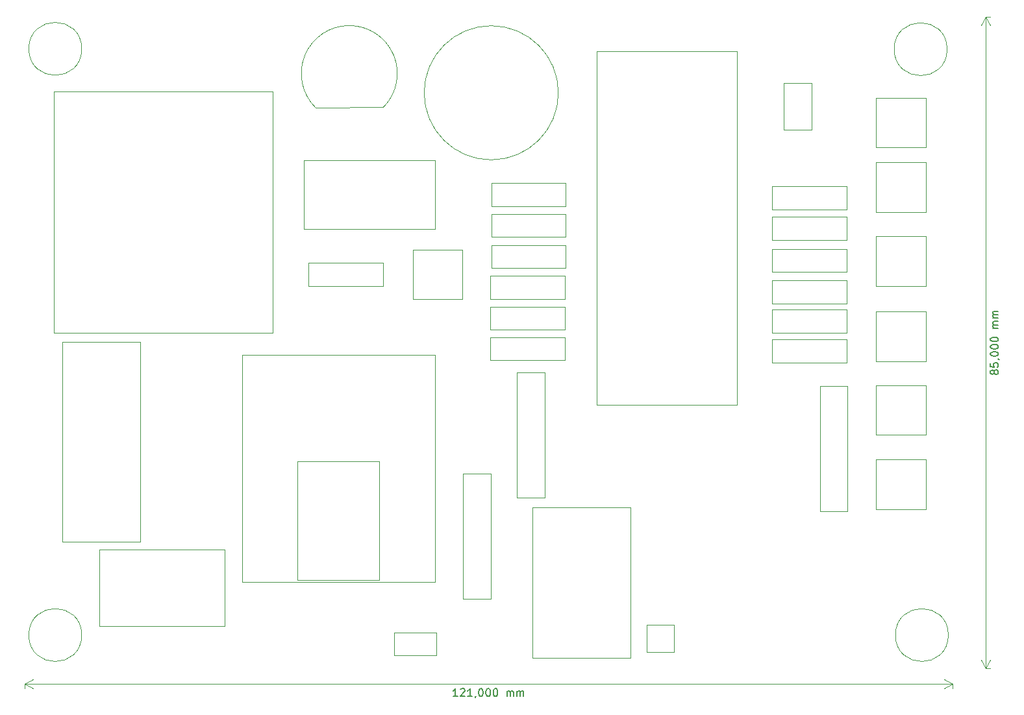
<source format=gbr>
%TF.GenerationSoftware,KiCad,Pcbnew,(5.1.8)-1*%
%TF.CreationDate,2021-12-10T09:08:06+01:00*%
%TF.ProjectId,Schema_Commande_Chacon_54650TX_V2,53636865-6d61-45f4-936f-6d6d616e6465,rev?*%
%TF.SameCoordinates,Original*%
%TF.FileFunction,Other,User*%
%FSLAX46Y46*%
G04 Gerber Fmt 4.6, Leading zero omitted, Abs format (unit mm)*
G04 Created by KiCad (PCBNEW (5.1.8)-1) date 2021-12-10 09:08:06*
%MOMM*%
%LPD*%
G01*
G04 APERTURE LIST*
%ADD10C,0.150000*%
%ADD11C,0.050000*%
%ADD12C,0.120000*%
G04 APERTURE END LIST*
D10*
X166680952Y-86752380D02*
X166633333Y-86847619D01*
X166585714Y-86895238D01*
X166490476Y-86942857D01*
X166442857Y-86942857D01*
X166347619Y-86895238D01*
X166300000Y-86847619D01*
X166252380Y-86752380D01*
X166252380Y-86561904D01*
X166300000Y-86466666D01*
X166347619Y-86419047D01*
X166442857Y-86371428D01*
X166490476Y-86371428D01*
X166585714Y-86419047D01*
X166633333Y-86466666D01*
X166680952Y-86561904D01*
X166680952Y-86752380D01*
X166728571Y-86847619D01*
X166776190Y-86895238D01*
X166871428Y-86942857D01*
X167061904Y-86942857D01*
X167157142Y-86895238D01*
X167204761Y-86847619D01*
X167252380Y-86752380D01*
X167252380Y-86561904D01*
X167204761Y-86466666D01*
X167157142Y-86419047D01*
X167061904Y-86371428D01*
X166871428Y-86371428D01*
X166776190Y-86419047D01*
X166728571Y-86466666D01*
X166680952Y-86561904D01*
X166252380Y-85466666D02*
X166252380Y-85942857D01*
X166728571Y-85990476D01*
X166680952Y-85942857D01*
X166633333Y-85847619D01*
X166633333Y-85609523D01*
X166680952Y-85514285D01*
X166728571Y-85466666D01*
X166823809Y-85419047D01*
X167061904Y-85419047D01*
X167157142Y-85466666D01*
X167204761Y-85514285D01*
X167252380Y-85609523D01*
X167252380Y-85847619D01*
X167204761Y-85942857D01*
X167157142Y-85990476D01*
X167204761Y-84942857D02*
X167252380Y-84942857D01*
X167347619Y-84990476D01*
X167395238Y-85038095D01*
X166252380Y-84323809D02*
X166252380Y-84228571D01*
X166300000Y-84133333D01*
X166347619Y-84085714D01*
X166442857Y-84038095D01*
X166633333Y-83990476D01*
X166871428Y-83990476D01*
X167061904Y-84038095D01*
X167157142Y-84085714D01*
X167204761Y-84133333D01*
X167252380Y-84228571D01*
X167252380Y-84323809D01*
X167204761Y-84419047D01*
X167157142Y-84466666D01*
X167061904Y-84514285D01*
X166871428Y-84561904D01*
X166633333Y-84561904D01*
X166442857Y-84514285D01*
X166347619Y-84466666D01*
X166300000Y-84419047D01*
X166252380Y-84323809D01*
X166252380Y-83371428D02*
X166252380Y-83276190D01*
X166300000Y-83180952D01*
X166347619Y-83133333D01*
X166442857Y-83085714D01*
X166633333Y-83038095D01*
X166871428Y-83038095D01*
X167061904Y-83085714D01*
X167157142Y-83133333D01*
X167204761Y-83180952D01*
X167252380Y-83276190D01*
X167252380Y-83371428D01*
X167204761Y-83466666D01*
X167157142Y-83514285D01*
X167061904Y-83561904D01*
X166871428Y-83609523D01*
X166633333Y-83609523D01*
X166442857Y-83561904D01*
X166347619Y-83514285D01*
X166300000Y-83466666D01*
X166252380Y-83371428D01*
X166252380Y-82419047D02*
X166252380Y-82323809D01*
X166300000Y-82228571D01*
X166347619Y-82180952D01*
X166442857Y-82133333D01*
X166633333Y-82085714D01*
X166871428Y-82085714D01*
X167061904Y-82133333D01*
X167157142Y-82180952D01*
X167204761Y-82228571D01*
X167252380Y-82323809D01*
X167252380Y-82419047D01*
X167204761Y-82514285D01*
X167157142Y-82561904D01*
X167061904Y-82609523D01*
X166871428Y-82657142D01*
X166633333Y-82657142D01*
X166442857Y-82609523D01*
X166347619Y-82561904D01*
X166300000Y-82514285D01*
X166252380Y-82419047D01*
X167252380Y-80895238D02*
X166585714Y-80895238D01*
X166680952Y-80895238D02*
X166633333Y-80847619D01*
X166585714Y-80752380D01*
X166585714Y-80609523D01*
X166633333Y-80514285D01*
X166728571Y-80466666D01*
X167252380Y-80466666D01*
X166728571Y-80466666D02*
X166633333Y-80419047D01*
X166585714Y-80323809D01*
X166585714Y-80180952D01*
X166633333Y-80085714D01*
X166728571Y-80038095D01*
X167252380Y-80038095D01*
X167252380Y-79561904D02*
X166585714Y-79561904D01*
X166680952Y-79561904D02*
X166633333Y-79514285D01*
X166585714Y-79419047D01*
X166585714Y-79276190D01*
X166633333Y-79180952D01*
X166728571Y-79133333D01*
X167252380Y-79133333D01*
X166728571Y-79133333D02*
X166633333Y-79085714D01*
X166585714Y-78990476D01*
X166585714Y-78847619D01*
X166633333Y-78752380D01*
X166728571Y-78704761D01*
X167252380Y-78704761D01*
D11*
X165600000Y-125300000D02*
X165600000Y-40300000D01*
X165600000Y-125300000D02*
X166186421Y-125300000D01*
X165600000Y-40300000D02*
X166186421Y-40300000D01*
X165600000Y-40300000D02*
X166186421Y-41426504D01*
X165600000Y-40300000D02*
X165013579Y-41426504D01*
X165600000Y-125300000D02*
X166186421Y-124173496D01*
X165600000Y-125300000D02*
X165013579Y-124173496D01*
D10*
X96752380Y-128952380D02*
X96180952Y-128952380D01*
X96466666Y-128952380D02*
X96466666Y-127952380D01*
X96371428Y-128095238D01*
X96276190Y-128190476D01*
X96180952Y-128238095D01*
X97133333Y-128047619D02*
X97180952Y-128000000D01*
X97276190Y-127952380D01*
X97514285Y-127952380D01*
X97609523Y-128000000D01*
X97657142Y-128047619D01*
X97704761Y-128142857D01*
X97704761Y-128238095D01*
X97657142Y-128380952D01*
X97085714Y-128952380D01*
X97704761Y-128952380D01*
X98657142Y-128952380D02*
X98085714Y-128952380D01*
X98371428Y-128952380D02*
X98371428Y-127952380D01*
X98276190Y-128095238D01*
X98180952Y-128190476D01*
X98085714Y-128238095D01*
X99133333Y-128904761D02*
X99133333Y-128952380D01*
X99085714Y-129047619D01*
X99038095Y-129095238D01*
X99752380Y-127952380D02*
X99847619Y-127952380D01*
X99942857Y-128000000D01*
X99990476Y-128047619D01*
X100038095Y-128142857D01*
X100085714Y-128333333D01*
X100085714Y-128571428D01*
X100038095Y-128761904D01*
X99990476Y-128857142D01*
X99942857Y-128904761D01*
X99847619Y-128952380D01*
X99752380Y-128952380D01*
X99657142Y-128904761D01*
X99609523Y-128857142D01*
X99561904Y-128761904D01*
X99514285Y-128571428D01*
X99514285Y-128333333D01*
X99561904Y-128142857D01*
X99609523Y-128047619D01*
X99657142Y-128000000D01*
X99752380Y-127952380D01*
X100704761Y-127952380D02*
X100800000Y-127952380D01*
X100895238Y-128000000D01*
X100942857Y-128047619D01*
X100990476Y-128142857D01*
X101038095Y-128333333D01*
X101038095Y-128571428D01*
X100990476Y-128761904D01*
X100942857Y-128857142D01*
X100895238Y-128904761D01*
X100800000Y-128952380D01*
X100704761Y-128952380D01*
X100609523Y-128904761D01*
X100561904Y-128857142D01*
X100514285Y-128761904D01*
X100466666Y-128571428D01*
X100466666Y-128333333D01*
X100514285Y-128142857D01*
X100561904Y-128047619D01*
X100609523Y-128000000D01*
X100704761Y-127952380D01*
X101657142Y-127952380D02*
X101752380Y-127952380D01*
X101847619Y-128000000D01*
X101895238Y-128047619D01*
X101942857Y-128142857D01*
X101990476Y-128333333D01*
X101990476Y-128571428D01*
X101942857Y-128761904D01*
X101895238Y-128857142D01*
X101847619Y-128904761D01*
X101752380Y-128952380D01*
X101657142Y-128952380D01*
X101561904Y-128904761D01*
X101514285Y-128857142D01*
X101466666Y-128761904D01*
X101419047Y-128571428D01*
X101419047Y-128333333D01*
X101466666Y-128142857D01*
X101514285Y-128047619D01*
X101561904Y-128000000D01*
X101657142Y-127952380D01*
X103180952Y-128952380D02*
X103180952Y-128285714D01*
X103180952Y-128380952D02*
X103228571Y-128333333D01*
X103323809Y-128285714D01*
X103466666Y-128285714D01*
X103561904Y-128333333D01*
X103609523Y-128428571D01*
X103609523Y-128952380D01*
X103609523Y-128428571D02*
X103657142Y-128333333D01*
X103752380Y-128285714D01*
X103895238Y-128285714D01*
X103990476Y-128333333D01*
X104038095Y-128428571D01*
X104038095Y-128952380D01*
X104514285Y-128952380D02*
X104514285Y-128285714D01*
X104514285Y-128380952D02*
X104561904Y-128333333D01*
X104657142Y-128285714D01*
X104800000Y-128285714D01*
X104895238Y-128333333D01*
X104942857Y-128428571D01*
X104942857Y-128952380D01*
X104942857Y-128428571D02*
X104990476Y-128333333D01*
X105085714Y-128285714D01*
X105228571Y-128285714D01*
X105323809Y-128333333D01*
X105371428Y-128428571D01*
X105371428Y-128952380D01*
D11*
X40300000Y-127300000D02*
X161300000Y-127300000D01*
X40300000Y-127300000D02*
X40300000Y-127886421D01*
X161300000Y-127300000D02*
X161300000Y-127886421D01*
X161300000Y-127300000D02*
X160173496Y-127886421D01*
X161300000Y-127300000D02*
X160173496Y-126713579D01*
X40300000Y-127300000D02*
X41426504Y-127886421D01*
X40300000Y-127300000D02*
X41426504Y-126713579D01*
%TO.C,3\u002C5mm*%
X47750000Y-120960000D02*
G75*
G03*
X47750000Y-120960000I-3450000J0D01*
G01*
X47750000Y-44460000D02*
G75*
G03*
X47750000Y-44460000I-3450000J0D01*
G01*
X160750000Y-120960000D02*
G75*
G03*
X160750000Y-120960000I-3450000J0D01*
G01*
X160590000Y-44510000D02*
G75*
G03*
X160590000Y-44510000I-3450000J0D01*
G01*
D12*
%TO.C,U1*%
X68700000Y-84410000D02*
X68700000Y-114010000D01*
X93800000Y-84410000D02*
X93800000Y-114010000D01*
X68700000Y-114010000D02*
X93800000Y-114010000D01*
X68700000Y-84410000D02*
X93800000Y-84410000D01*
X75900000Y-113810000D02*
X86500000Y-113810000D01*
X75900000Y-98310000D02*
X86500000Y-98310000D01*
X75900000Y-113810000D02*
X75900000Y-98310000D01*
X86500000Y-113810000D02*
X86500000Y-98310000D01*
D11*
%TO.C,C2*%
X76750000Y-59000000D02*
X76750000Y-68000000D01*
X76750000Y-68000000D02*
X93850000Y-68000000D01*
X93850000Y-68000000D02*
X93850000Y-59000000D01*
X93850000Y-59000000D02*
X76750000Y-59000000D01*
%TO.C,F1*%
X45250000Y-82750000D02*
X55350000Y-82750000D01*
X45250000Y-108750000D02*
X45250000Y-82750000D01*
X55350000Y-82750000D02*
X55350000Y-108750000D01*
X55350000Y-108750000D02*
X45250000Y-108750000D01*
%TO.C,C1*%
X109900000Y-50200000D02*
G75*
G03*
X109900000Y-50200000I-8750000J0D01*
G01*
%TO.C,C3*%
X88500000Y-123600000D02*
X94000000Y-123600000D01*
X88500000Y-120600000D02*
X88500000Y-123600000D01*
X94000000Y-120600000D02*
X88500000Y-120600000D01*
X94000000Y-123600000D02*
X94000000Y-120600000D01*
D12*
%TO.C,D1*%
X78214724Y-52110280D02*
X87075000Y-52100000D01*
X78214723Y-52110280D02*
G75*
G02*
X87075000Y-52100000I4425009J4426479D01*
G01*
D11*
%TO.C,D2*%
X90950000Y-70650000D02*
X90950000Y-77150000D01*
X90950000Y-77150000D02*
X97400000Y-77150000D01*
X97400000Y-77150000D02*
X97400000Y-70650000D01*
X97400000Y-70650000D02*
X90950000Y-70650000D01*
%TO.C,D3*%
X151350000Y-98050000D02*
X151350000Y-104550000D01*
X151350000Y-104550000D02*
X157800000Y-104550000D01*
X157800000Y-104550000D02*
X157800000Y-98050000D01*
X157800000Y-98050000D02*
X151350000Y-98050000D01*
%TO.C,D4*%
X157800000Y-88350000D02*
X151350000Y-88350000D01*
X157800000Y-94850000D02*
X157800000Y-88350000D01*
X151350000Y-94850000D02*
X157800000Y-94850000D01*
X151350000Y-88350000D02*
X151350000Y-94850000D01*
%TO.C,D5*%
X151350000Y-78750000D02*
X151350000Y-85250000D01*
X151350000Y-85250000D02*
X157800000Y-85250000D01*
X157800000Y-85250000D02*
X157800000Y-78750000D01*
X157800000Y-78750000D02*
X151350000Y-78750000D01*
%TO.C,D6*%
X157800000Y-68950000D02*
X151350000Y-68950000D01*
X157800000Y-75450000D02*
X157800000Y-68950000D01*
X151350000Y-75450000D02*
X157800000Y-75450000D01*
X151350000Y-68950000D02*
X151350000Y-75450000D01*
%TO.C,D7*%
X151350000Y-59250000D02*
X151350000Y-65750000D01*
X151350000Y-65750000D02*
X157800000Y-65750000D01*
X157800000Y-65750000D02*
X157800000Y-59250000D01*
X157800000Y-59250000D02*
X151350000Y-59250000D01*
%TO.C,D8*%
X157800000Y-50850000D02*
X151350000Y-50850000D01*
X157800000Y-57350000D02*
X157800000Y-50850000D01*
X151350000Y-57350000D02*
X157800000Y-57350000D01*
X151350000Y-50850000D02*
X151350000Y-57350000D01*
%TO.C,R1*%
X77350000Y-72400000D02*
X77350000Y-75400000D01*
X77350000Y-75400000D02*
X87070000Y-75400000D01*
X87070000Y-75400000D02*
X87070000Y-72400000D01*
X87070000Y-72400000D02*
X77350000Y-72400000D01*
%TO.C,R2*%
X101150000Y-62000000D02*
X101150000Y-65000000D01*
X101150000Y-65000000D02*
X110870000Y-65000000D01*
X110870000Y-65000000D02*
X110870000Y-62000000D01*
X110870000Y-62000000D02*
X101150000Y-62000000D01*
%TO.C,R3*%
X101150000Y-66000000D02*
X101150000Y-69000000D01*
X101150000Y-69000000D02*
X110870000Y-69000000D01*
X110870000Y-69000000D02*
X110870000Y-66000000D01*
X110870000Y-66000000D02*
X101150000Y-66000000D01*
%TO.C,R4*%
X110870000Y-70100000D02*
X101150000Y-70100000D01*
X110870000Y-73100000D02*
X110870000Y-70100000D01*
X101150000Y-73100000D02*
X110870000Y-73100000D01*
X101150000Y-70100000D02*
X101150000Y-73100000D01*
%TO.C,R5*%
X101050000Y-74100000D02*
X101050000Y-77100000D01*
X101050000Y-77100000D02*
X110770000Y-77100000D01*
X110770000Y-77100000D02*
X110770000Y-74100000D01*
X110770000Y-74100000D02*
X101050000Y-74100000D01*
%TO.C,R6*%
X110770000Y-78100000D02*
X101050000Y-78100000D01*
X110770000Y-81100000D02*
X110770000Y-78100000D01*
X101050000Y-81100000D02*
X110770000Y-81100000D01*
X101050000Y-78100000D02*
X101050000Y-81100000D01*
%TO.C,R7*%
X110770000Y-82100000D02*
X101050000Y-82100000D01*
X110770000Y-85100000D02*
X110770000Y-82100000D01*
X101050000Y-85100000D02*
X110770000Y-85100000D01*
X101050000Y-82100000D02*
X101050000Y-85100000D01*
%TO.C,R8*%
X137750000Y-82400000D02*
X137750000Y-85400000D01*
X137750000Y-85400000D02*
X147470000Y-85400000D01*
X147470000Y-85400000D02*
X147470000Y-82400000D01*
X147470000Y-82400000D02*
X137750000Y-82400000D01*
%TO.C,R9*%
X147470000Y-78500000D02*
X137750000Y-78500000D01*
X147470000Y-81500000D02*
X147470000Y-78500000D01*
X137750000Y-81500000D02*
X147470000Y-81500000D01*
X137750000Y-78500000D02*
X137750000Y-81500000D01*
%TO.C,R10*%
X147470000Y-74700000D02*
X137750000Y-74700000D01*
X147470000Y-77700000D02*
X147470000Y-74700000D01*
X137750000Y-77700000D02*
X147470000Y-77700000D01*
X137750000Y-74700000D02*
X137750000Y-77700000D01*
%TO.C,R11*%
X137750000Y-70600000D02*
X137750000Y-73600000D01*
X137750000Y-73600000D02*
X147470000Y-73600000D01*
X147470000Y-73600000D02*
X147470000Y-70600000D01*
X147470000Y-70600000D02*
X137750000Y-70600000D01*
%TO.C,R12*%
X147470000Y-66400000D02*
X137750000Y-66400000D01*
X147470000Y-69400000D02*
X147470000Y-66400000D01*
X137750000Y-69400000D02*
X147470000Y-69400000D01*
X137750000Y-66400000D02*
X137750000Y-69400000D01*
%TO.C,R13*%
X137750000Y-62400000D02*
X137750000Y-65400000D01*
X137750000Y-65400000D02*
X147470000Y-65400000D01*
X147470000Y-65400000D02*
X147470000Y-62400000D01*
X147470000Y-62400000D02*
X137750000Y-62400000D01*
%TO.C,U2*%
X114870000Y-44740000D02*
X133150000Y-44740000D01*
X114870000Y-44740000D02*
X114870000Y-90960000D01*
X133150000Y-90960000D02*
X133150000Y-44740000D01*
X133150000Y-90960000D02*
X114870000Y-90960000D01*
D12*
%TO.C,U3*%
X119300000Y-123950000D02*
X106550000Y-123950000D01*
X119300000Y-104265000D02*
X119300000Y-123950000D01*
X106550000Y-104265000D02*
X106550000Y-123950000D01*
X119300000Y-104265000D02*
X106550000Y-104265000D01*
D11*
%TO.C,J5*%
X142900000Y-48900000D02*
X139300000Y-48900000D01*
X142900000Y-55050000D02*
X142900000Y-48900000D01*
X139300000Y-55050000D02*
X142900000Y-55050000D01*
X139300000Y-48900000D02*
X139300000Y-55050000D01*
%TO.C,J1*%
X50030000Y-119800000D02*
X50030000Y-109800000D01*
X66370000Y-119800000D02*
X50030000Y-119800000D01*
X66370000Y-109800000D02*
X66370000Y-119800000D01*
X50030000Y-109800000D02*
X66370000Y-109800000D01*
%TO.C,TR1*%
X72650000Y-50050000D02*
X72650000Y-81550000D01*
X72650000Y-50050000D02*
X44150000Y-50050000D01*
X44150000Y-81550000D02*
X72650000Y-81550000D01*
X44150000Y-81550000D02*
X44150000Y-50050000D01*
%TO.C,J2*%
X97500000Y-99910000D02*
X97500000Y-116210000D01*
X97500000Y-116210000D02*
X101100000Y-116210000D01*
X101100000Y-116210000D02*
X101100000Y-99910000D01*
X101100000Y-99910000D02*
X97500000Y-99910000D01*
%TO.C,J3*%
X104500000Y-86700000D02*
X104500000Y-103000000D01*
X104500000Y-103000000D02*
X108100000Y-103000000D01*
X108100000Y-103000000D02*
X108100000Y-86700000D01*
X108100000Y-86700000D02*
X104500000Y-86700000D01*
%TO.C,J4*%
X147600000Y-88500000D02*
X144000000Y-88500000D01*
X147600000Y-104800000D02*
X147600000Y-88500000D01*
X144000000Y-104800000D02*
X147600000Y-104800000D01*
X144000000Y-88500000D02*
X144000000Y-104800000D01*
%TO.C,J6*%
X125000000Y-119600000D02*
X121400000Y-119600000D01*
X125000000Y-123200000D02*
X125000000Y-119600000D01*
X121400000Y-123200000D02*
X125000000Y-123200000D01*
X121400000Y-119600000D02*
X121400000Y-123200000D01*
%TD*%
M02*

</source>
